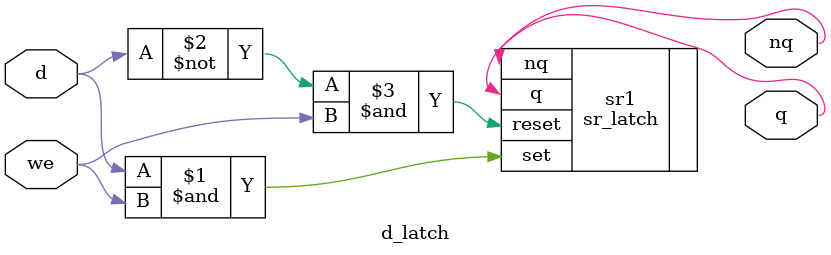
<source format=v>
module d_latch (
    input  d,
    input  we,
    output q,
    output nq
);
  sr_latch sr1 (
      .set(d & we),
      .reset(~d & we),
      .q(q),
      .nq(nq)
  );
endmodule

</source>
